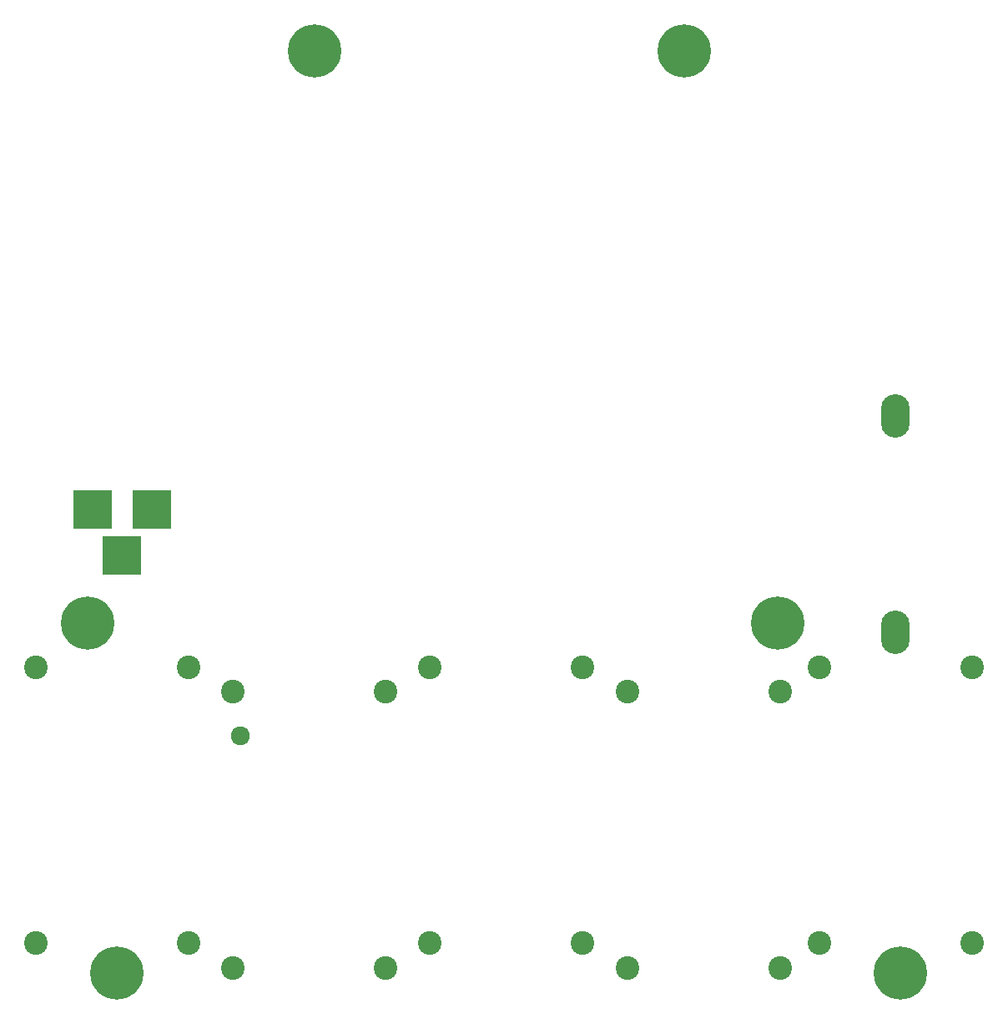
<source format=gbr>
G04 #@! TF.GenerationSoftware,KiCad,Pcbnew,(5.0.0)*
G04 #@! TF.CreationDate,2020-03-19T17:01:02-04:00*
G04 #@! TF.ProjectId,Grow_Lamp,47726F775F4C616D702E6B696361645F,rev?*
G04 #@! TF.SameCoordinates,Original*
G04 #@! TF.FileFunction,Soldermask,Bot*
G04 #@! TF.FilePolarity,Negative*
%FSLAX46Y46*%
G04 Gerber Fmt 4.6, Leading zero omitted, Abs format (unit mm)*
G04 Created by KiCad (PCBNEW (5.0.0)) date 03/19/20 17:01:02*
%MOMM*%
%LPD*%
G01*
G04 APERTURE LIST*
%ADD10C,2.400000*%
%ADD11O,2.900000X4.400000*%
%ADD12R,3.900000X3.900000*%
%ADD13C,5.400000*%
%ADD14C,1.924000*%
G04 APERTURE END LIST*
D10*
G04 #@! TO.C,U1*
X92250000Y-121000000D03*
X107750000Y-121000000D03*
X107750000Y-149000000D03*
X92250000Y-149000000D03*
G04 #@! TD*
G04 #@! TO.C,U2*
X112250000Y-151500000D03*
X127750000Y-151500000D03*
X127750000Y-123500000D03*
X112250000Y-123500000D03*
G04 #@! TD*
G04 #@! TO.C,U3*
X132250000Y-121000000D03*
X147750000Y-121000000D03*
X147750000Y-149000000D03*
X132250000Y-149000000D03*
G04 #@! TD*
G04 #@! TO.C,U4*
X152250000Y-151500000D03*
X167750000Y-151500000D03*
X167750000Y-123500000D03*
X152250000Y-123500000D03*
G04 #@! TD*
D11*
G04 #@! TO.C,F1*
X179500000Y-117500000D03*
X179500000Y-95500000D03*
G04 #@! TD*
D12*
G04 #@! TO.C,J1*
X101000000Y-109700000D03*
X98000000Y-105000000D03*
X104000000Y-105000000D03*
G04 #@! TD*
D10*
G04 #@! TO.C,U5*
X171750000Y-121000000D03*
X187250000Y-121000000D03*
X187250000Y-149000000D03*
X171750000Y-149000000D03*
G04 #@! TD*
D13*
G04 #@! TO.C,MNT1*
X100500000Y-152000000D03*
G04 #@! TD*
G04 #@! TO.C,MNT2*
X180000000Y-152000000D03*
G04 #@! TD*
G04 #@! TO.C,MNT3*
X158000000Y-58500000D03*
G04 #@! TD*
G04 #@! TO.C,MNT4*
X120500000Y-58500000D03*
G04 #@! TD*
D14*
G04 #@! TO.C,G\002A\002A\002A*
X113000000Y-128000000D03*
G04 #@! TD*
D13*
G04 #@! TO.C,MNT5*
X167500000Y-116500000D03*
G04 #@! TD*
G04 #@! TO.C,MNT6*
X97500000Y-116500000D03*
G04 #@! TD*
M02*

</source>
